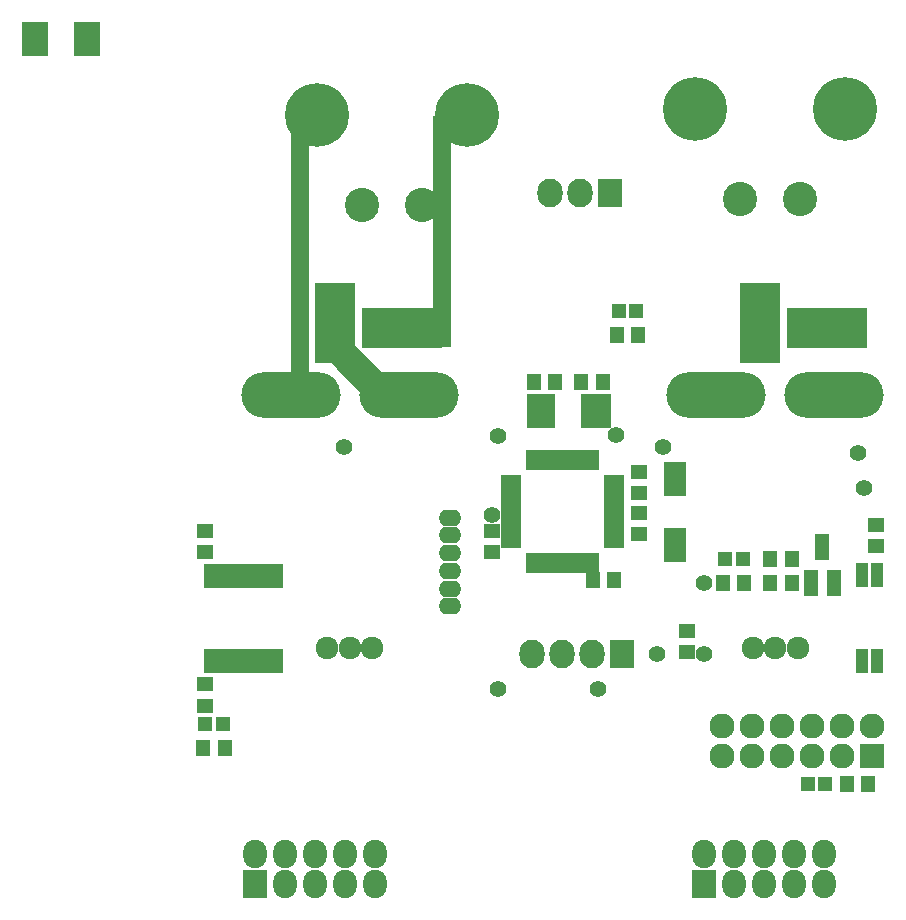
<source format=gbr>
G04 #@! TF.FileFunction,Soldermask,Top*
%FSLAX46Y46*%
G04 Gerber Fmt 4.6, Leading zero omitted, Abs format (unit mm)*
G04 Created by KiCad (PCBNEW 4.0.5) date 02/07/17 23:03:00*
%MOMM*%
%LPD*%
G01*
G04 APERTURE LIST*
%ADD10C,0.100000*%
%ADD11C,2.900000*%
%ADD12C,5.400000*%
%ADD13C,1.924000*%
%ADD14O,8.400000X3.900000*%
%ADD15R,1.400000X1.200000*%
%ADD16R,2.000000X2.400000*%
%ADD17O,2.000000X2.400000*%
%ADD18R,2.127200X2.432000*%
%ADD19O,2.127200X2.432000*%
%ADD20R,2.127200X2.127200*%
%ADD21O,2.127200X2.127200*%
%ADD22R,1.200000X1.400000*%
%ADD23O,1.924000X1.400000*%
%ADD24R,2.600000X3.000000*%
%ADD25R,2.400000X3.000000*%
%ADD26R,1.200100X2.200860*%
%ADD27R,1.050000X2.100000*%
%ADD28R,0.650000X1.700000*%
%ADD29R,1.700000X0.650000*%
%ADD30R,1.900000X3.000000*%
%ADD31R,1.197560X1.197560*%
%ADD32R,0.850000X2.150000*%
%ADD33R,3.400000X6.900000*%
%ADD34R,6.851600X3.400000*%
%ADD35C,1.400000*%
%ADD36R,2.200000X3.000000*%
%ADD37C,0.026000*%
G04 APERTURE END LIST*
D10*
D11*
X57500000Y-13500000D03*
X62580000Y-13500000D03*
D12*
X53690000Y-5880000D03*
X66390000Y-5880000D03*
D11*
X25500000Y-14000000D03*
X30580000Y-14000000D03*
D12*
X21690000Y-6380000D03*
X34390000Y-6380000D03*
D13*
X26410000Y-51500000D03*
X24500000Y-51500000D03*
X22590000Y-51500000D03*
D14*
X19500000Y-30100000D03*
X29500000Y-30100000D03*
D13*
X62410000Y-51500000D03*
X60500000Y-51500000D03*
X58590000Y-51500000D03*
D14*
X55500000Y-30100000D03*
X65500000Y-30100000D03*
D15*
X53000000Y-51900000D03*
X53000000Y-50100000D03*
D16*
X54500000Y-71500000D03*
D17*
X54500000Y-68960000D03*
X57040000Y-71500000D03*
X57040000Y-68960000D03*
X59580000Y-71500000D03*
X59580000Y-68960000D03*
X62120000Y-71500000D03*
X62120000Y-68960000D03*
X64660000Y-71500000D03*
X64660000Y-68960000D03*
D18*
X47500000Y-52000000D03*
D19*
X44960000Y-52000000D03*
X42420000Y-52000000D03*
X39880000Y-52000000D03*
D20*
X68700000Y-60700000D03*
D21*
X68700000Y-58160000D03*
X66160000Y-60700000D03*
X66160000Y-58160000D03*
X63620000Y-60700000D03*
X63620000Y-58160000D03*
X61080000Y-60700000D03*
X61080000Y-58160000D03*
X58540000Y-60700000D03*
X58540000Y-58160000D03*
X56000000Y-60700000D03*
X56000000Y-58160000D03*
D22*
X44100000Y-29000000D03*
X45900000Y-29000000D03*
X41900000Y-29000000D03*
X40100000Y-29000000D03*
D15*
X36500000Y-43400000D03*
X36500000Y-41600000D03*
D23*
X33000000Y-48000000D03*
X33000000Y-46500000D03*
X33000000Y-45000000D03*
X33000000Y-43500000D03*
X33000000Y-42000000D03*
X33000000Y-40500000D03*
D15*
X49000000Y-41900000D03*
X49000000Y-40100000D03*
D24*
X45300000Y-31500000D03*
D25*
X40700000Y-31500000D03*
D26*
X63550000Y-46001140D03*
X65450000Y-46001140D03*
X64500000Y-42998860D03*
D15*
X69000000Y-41100000D03*
X69000000Y-42900000D03*
D22*
X60100000Y-46000000D03*
X61900000Y-46000000D03*
X61900000Y-44000000D03*
X60100000Y-44000000D03*
D27*
X69135000Y-45350000D03*
X67865000Y-45350000D03*
X67865000Y-52650000D03*
X69135000Y-52650000D03*
D15*
X49000000Y-36600000D03*
X49000000Y-38400000D03*
D22*
X46900000Y-45750000D03*
X45100000Y-45750000D03*
D28*
X45250000Y-35650000D03*
X44750000Y-35650000D03*
X44250000Y-35650000D03*
X43750000Y-35650000D03*
X43250000Y-35650000D03*
X42750000Y-35650000D03*
X42250000Y-35650000D03*
X41750000Y-35650000D03*
X41250000Y-35650000D03*
X40750000Y-35650000D03*
X40250000Y-35650000D03*
X39750000Y-35650000D03*
D29*
X38150000Y-37250000D03*
X38150000Y-37750000D03*
X38150000Y-38250000D03*
X38150000Y-38750000D03*
X38150000Y-39250000D03*
X38150000Y-39750000D03*
X38150000Y-40250000D03*
X38150000Y-40750000D03*
X38150000Y-41250000D03*
X38150000Y-41750000D03*
X38150000Y-42250000D03*
X38150000Y-42750000D03*
D28*
X39750000Y-44350000D03*
X40250000Y-44350000D03*
X40750000Y-44350000D03*
X41250000Y-44350000D03*
X41750000Y-44350000D03*
X42250000Y-44350000D03*
X42750000Y-44350000D03*
X43250000Y-44350000D03*
X43750000Y-44350000D03*
X44250000Y-44350000D03*
X44750000Y-44350000D03*
X45250000Y-44350000D03*
D29*
X46850000Y-42750000D03*
X46850000Y-42250000D03*
X46850000Y-41750000D03*
X46850000Y-41250000D03*
X46850000Y-40750000D03*
X46850000Y-40250000D03*
X46850000Y-39750000D03*
X46850000Y-39250000D03*
X46850000Y-38750000D03*
X46850000Y-38250000D03*
X46850000Y-37750000D03*
X46850000Y-37250000D03*
D16*
X16500000Y-71500000D03*
D17*
X16500000Y-68960000D03*
X19040000Y-71500000D03*
X19040000Y-68960000D03*
X21580000Y-71500000D03*
X21580000Y-68960000D03*
X24120000Y-71500000D03*
X24120000Y-68960000D03*
X26660000Y-71500000D03*
X26660000Y-68960000D03*
D30*
X52000000Y-42800000D03*
X52000000Y-37200000D03*
D31*
X64749300Y-63000000D03*
X63250700Y-63000000D03*
X13749300Y-58000000D03*
X12250700Y-58000000D03*
X47250700Y-23000000D03*
X48749300Y-23000000D03*
X56250700Y-44000000D03*
X57749300Y-44000000D03*
D22*
X66600000Y-63000000D03*
X68400000Y-63000000D03*
X12100000Y-60000000D03*
X13900000Y-60000000D03*
X47100000Y-25000000D03*
X48900000Y-25000000D03*
X56100000Y-46000000D03*
X57900000Y-46000000D03*
D15*
X12250000Y-54600000D03*
X12250000Y-56400000D03*
X12250000Y-43400000D03*
X12250000Y-41600000D03*
D32*
X12575000Y-52600000D03*
X13225000Y-52600000D03*
X13875000Y-52600000D03*
X14525000Y-52600000D03*
X15175000Y-52600000D03*
X15825000Y-52600000D03*
X16475000Y-52600000D03*
X17125000Y-52600000D03*
X17775000Y-52600000D03*
X18425000Y-52600000D03*
X18425000Y-45400000D03*
X17775000Y-45400000D03*
X17125000Y-45400000D03*
X16475000Y-45400000D03*
X15825000Y-45400000D03*
X15175000Y-45400000D03*
X14525000Y-45400000D03*
X13875000Y-45400000D03*
X13225000Y-45400000D03*
X12575000Y-45400000D03*
D33*
X23200000Y-24000000D03*
D34*
X28900000Y-24400000D03*
D33*
X59200000Y-24000000D03*
D34*
X64900000Y-24400000D03*
D18*
X46500000Y-13000000D03*
D19*
X43960000Y-13000000D03*
X41420000Y-13000000D03*
D35*
X50500000Y-52000000D03*
X54500000Y-52000000D03*
X45500000Y-55000000D03*
X37000000Y-55000000D03*
X24000000Y-34500000D03*
X37000000Y-33600000D03*
X54500000Y-46000000D03*
X67500000Y-35000000D03*
X36500000Y-40250000D03*
X47000000Y-33500000D03*
X68000000Y-38000000D03*
X51000000Y-34500000D03*
D36*
X-2200000Y0D03*
X2200000Y0D03*
D37*
G36*
X27480209Y-28498593D02*
X25501219Y-29982835D01*
X22519791Y-27001407D01*
X24498781Y-25517165D01*
X27480209Y-28498593D01*
X27480209Y-28498593D01*
G37*
X27480209Y-28498593D02*
X25501219Y-29982835D01*
X22519791Y-27001407D01*
X24498781Y-25517165D01*
X27480209Y-28498593D01*
G36*
X20987000Y-28487000D02*
X19513000Y-28487000D01*
X19513000Y-7513000D01*
X20987000Y-7513000D01*
X20987000Y-28487000D01*
X20987000Y-28487000D01*
G37*
X20987000Y-28487000D02*
X19513000Y-28487000D01*
X19513000Y-7513000D01*
X20987000Y-7513000D01*
X20987000Y-28487000D01*
G36*
X32987000Y-25987000D02*
X31513000Y-25987000D01*
X31513000Y-6513000D01*
X32987000Y-6513000D01*
X32987000Y-25987000D01*
X32987000Y-25987000D01*
G37*
X32987000Y-25987000D02*
X31513000Y-25987000D01*
X31513000Y-6513000D01*
X32987000Y-6513000D01*
X32987000Y-25987000D01*
M02*

</source>
